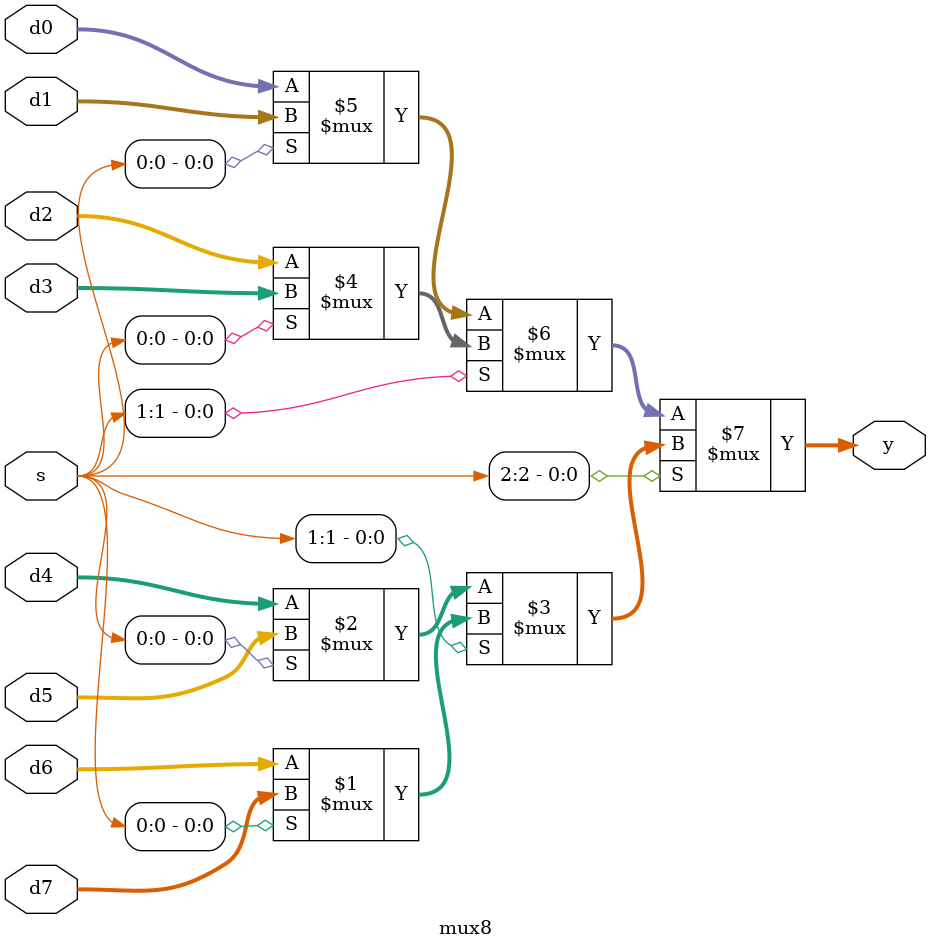
<source format=sv>
`timescale 1ns / 1ps


module mux8(input logic [7:0] d0, d1, d2, d3, d4, d5, d6, d7,
input logic [2:0] s,
output logic [7:0] y);
assign y = s[2] ?
(s[1] ?
(s[0] ? d7 : d6):
(s[0] ? d5 : d4)):
(s[1] ?
(s[0] ? d3 : d2):
(s[0] ? d1 : d0));
endmodule


</source>
